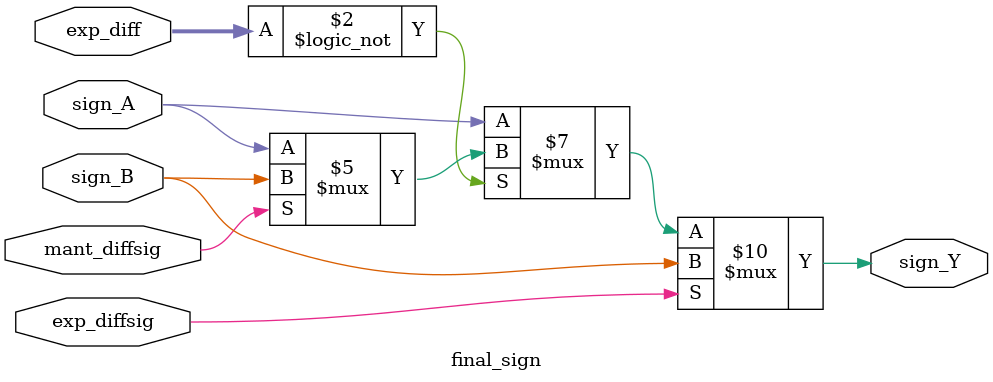
<source format=v>
`timescale 1ns / 1ps



module final_sign (exp_diffsig, mant_diffsig, exp_diff, sign_A, sign_B, sign_Y);

input exp_diffsig; // 0 => exp_A is greater than or equal to exp_B
						// 1 => exp_A is less than exp_B
						
input mant_diffsig; // 0 => mant_A is greater than or equal to mant_B
							// 1 => mant_A is less than mant_B
							
							
input [3:0]exp_diff; //the exponent difference (exp_A - exp_B)

input sign_A; //sign bits of A, B, and Y

input sign_B;
output sign_Y;
reg sign_Y;


always@(exp_diffsig or mant_diffsig or exp_diff or sign_B or sign_A)
begin
		if (exp_diffsig)
			begin
			sign_Y <= sign_B; //if the exp_diffsig is 1 (number B is bigger)
			end						//give sign_Y the sign of B
		
		else
			begin
					if (exp_diff == 4'b0000) //if the exp_diff is 0 (the two exp are
													//equal), check the mantissa values
					begin
									if (mant_diffsig) //if the mant_diffsig is 1 (number B is//bigger)
										sign_Y <=sign_B; //give sign_Y the sign //of B
									else
										sign_Y <= sign_A; //if the exp_diff is 0 and the
																//mant_diffsig != 1
																
					end 						//A and B have the same exponent but the
												//difference in the mantissas are zero or
												//greater
		else 
		begin
		sign_Y <= sign_A; 		//give sign_Y the sign of A
		end 							//give sign_Y the sign of A
										//if exp_diffsig != 1
										//(exp_A is bigger) and exp_diff is greater
										//than zero

end
end
endmodule
</source>
